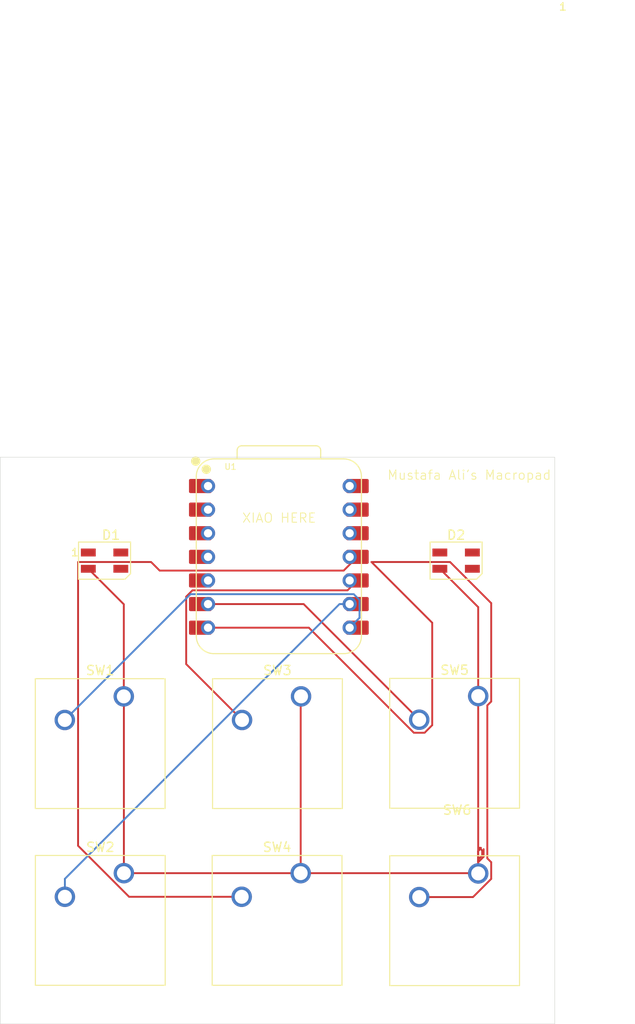
<source format=kicad_pcb>
(kicad_pcb (version 20241229) (generator "pcbnew") (generator_version "9.0")
  (layers (0 "F.Cu" signal) (2 "B.Cu" signal) (13 "F.Paste" user) (15 "B.Paste" user) (5 "F.SilkS" user "F.Silkscreen") (7 "B.SilkS" user "B.Silkscreen") (1 "F.Mask" user) (3 "B.Mask" user) (25 "Edge.Cuts" user))
  (net 0 "")
  (net 1 "GND")
  (net 2 "+5V")
  (net 3 "Net-(D1-DOUT)")
  (net 4 "Net-(D1-DIN)")
  (net 6 "Net-(U1-GPIO1{slash}RX)")
  (net 7 "Net-(U1-GPIO2{slash}SCK)")
  (net 8 "Net-(U1-GPIO4{slash}MISO)")
  (net 9 "Net-(U1-GPIO3{slash}MOSI)")
  (net 10 "Net-(U1-GPIO7{slash}SCL)")
  (net 11 "Net-(U1-GPIO0{slash}TX)")
  (footprint "LED_SMD:LED_SK6812MINI_PLCC4_3.5x3.5mm_P1.75mm" (layer "F.Cu") (at 110.3 32.755)
    (property "Reference" "D1" (at 0.6925 -2.75 0) (layer "F.SilkS"))
    (property "Value" "SK6812MINI")
    (fp_line (start -2.8 -2) (end -2.8 2) (stroke (width 0.12)) (layer "F.SilkS"))
    (fp_line (start -2.8 -2) (end 2.8 -2) (stroke (width 0.12)) (layer "F.SilkS"))
    (fp_line (start -2.8 2) (end 2.2 2) (stroke (width 0.12)) (layer "F.SilkS"))
    (fp_line (start 2.8 1.4) (end 2.2 2) (stroke (width 0.12)) (layer "F.SilkS"))
    (fp_line (start 2.8 1.4) (end 2.8 -2) (stroke (width 0.12)) (layer "F.SilkS"))
    (fp_text user "1" (at -3.2 -0.875 0) (layer "F.SilkS") (effects (font (size 0.8 0.8))))
    (pad "1" smd rect (at -1.75 -0.875) (size 1.6 0.85) (layers "F.Cu" "F.Mask" "F.Paste") (net 3 "Net-(D1-DOUT)"))
    (pad "2" smd rect (at -1.75 0.875) (size 1.6 0.85) (layers "F.Cu" "F.Mask" "F.Paste") (net 1 "GND"))
    (pad "3" smd rect (at 1.75 0.875) (size 1.6 0.85) (layers "F.Cu" "F.Mask" "F.Paste") (net 4 "Net-(D1-DIN)"))
    (pad "4" smd rect (at 1.75 -0.875) (size 1.6 0.85) (layers "F.Cu" "F.Mask" "F.Paste") (net 2 "+5V"))
  )
  (footprint "Button_Switch_Keyboard:SW_Cherry_MX_1.00u_PCB" (layer "F.Cu") (at 150.52 47.33)
    (property "Reference" "SW5" (at -2.54 -2.794 0) (layer "F.SilkS"))
    (property "Value" "SW_Push")
    (fp_line (start -9.525 -1.905) (end 4.445 -1.905) (stroke (width 0.12)) (layer "F.SilkS"))
    (fp_line (start -9.525 12.065) (end -9.525 -1.905) (stroke (width 0.12)) (layer "F.SilkS"))
    (fp_line (start 4.445 -1.905) (end 4.445 12.065) (stroke (width 0.12)) (layer "F.SilkS"))
    (fp_line (start 4.445 12.065) (end -9.525 12.065) (stroke (width 0.12)) (layer "F.SilkS"))
    (pad "" np_thru_hole circle (at -7.62 5.08) (size 1.7 1.7) (drill 1.7) (layers "*.Cu" "*.Mask"))
    (pad "" np_thru_hole circle (at -2.54 5.08) (size 4 4) (drill 4) (layers "*.Cu" "*.Mask"))
    (pad "" np_thru_hole circle (at 2.54 5.08) (size 1.7 1.7) (drill 1.7) (layers "*.Cu" "*.Mask"))
    (pad "1" thru_hole circle (at 0 0) (size 2.2 2.2) (drill 1.5) (layers "*.Cu" "*.Mask") (net 1 "GND"))
    (pad "2" thru_hole circle (at -6.35 2.54) (size 2.2 2.2) (drill 1.5) (layers "*.Cu" "*.Mask") (net 10 "Net-(U1-GPIO7{slash}SCL)"))
  )
  (footprint "OPL:XIAO-RP2040-DIP" (layer "F.Cu") (at 129.06 32.3485)
    (property "Reference" "U1" (at -5.21 -9.6985 0) (layer "F.SilkS") (effects (font (size 0.635 0.635) (thickness 0.1016))))
    (property "Value" "XIAO-RP2040-DIP")
    (fp_line (start -8.89 8.509) (end -8.89 -8.636) (stroke (width 0.127)) (layer "F.SilkS"))
    (fp_line (start -6.985 10.414) (end 6.985 10.414) (stroke (width 0.127)) (layer "F.SilkS"))
    (fp_line (start -4.495 -10.541) (end -4.491272 -11.451272) (stroke (width 0.127)) (layer "F.SilkS"))
    (fp_line (start -3.991272 -11.951) (end 4.004 -11.951) (stroke (width 0.127)) (layer "F.SilkS"))
    (fp_line (start 4.504 -11.451) (end 4.504 -10.541) (stroke (width 0.127)) (layer "F.SilkS"))
    (fp_line (start 6.985 -10.541) (end -6.985 -10.541) (stroke (width 0.1)) (layer "F.SilkS"))
    (fp_line (start 6.985 -10.541) (end -6.985 -10.541) (stroke (width 0.127)) (layer "F.SilkS"))
    (fp_line (start 8.89 8.509) (end 8.89 -8.636) (stroke (width 0.127)) (layer "F.SilkS"))
    (fp_arc (start -8.89 -8.636) (mid -8.332038 -9.983038) (end -6.985 -10.541) (stroke (width 0.127)) (layer "F.SilkS"))
    (fp_arc (start -6.985 10.414) (mid -8.332038 9.856038) (end -8.89 8.509) (stroke (width 0.127)) (layer "F.SilkS"))
    (fp_arc (start -4.491272 -11.451272) (mid -4.344728 -11.80464) (end -3.991272 -11.951) (stroke (width 0.127)) (layer "F.SilkS"))
    (fp_arc (start 4.004 -11.951) (mid 4.357553 -11.804553) (end 4.504 -11.451) (stroke (width 0.127)) (layer "F.SilkS"))
    (fp_arc (start 6.985 -10.541) (mid 8.332038 -9.983038) (end 8.89 -8.636) (stroke (width 0.127)) (layer "F.SilkS"))
    (fp_arc (start 8.89 8.509) (mid 8.332038 9.856038) (end 6.985 10.414) (stroke (width 0.127)) (layer "F.SilkS"))
    (fp_circle (center -8.95 -10.3) (end -8.95 -10.554) (stroke (width 0.5)) (fill yes) (layer "F.SilkS"))
    (fp_circle (center -7.807 -9.42) (end -7.807 -9.674) (stroke (width 0.5)) (fill yes) (layer "F.SilkS"))
    (pad "1" smd roundrect (at -8.455 -7.62 180) (size 2.432 1.524) (layers "F.Cu" "F.Mask") (roundrect_rratio 0.1))
    (pad "1" thru_hole circle (at -7.62 -7.62 180) (size 1.524 1.524) (drill 0.889) (layers "*.Cu" "*.Mask"))
    (pad "2" smd roundrect (at -8.455 -5.08 180) (size 2.432 1.524) (layers "F.Cu" "F.Mask") (roundrect_rratio 0.1))
    (pad "2" thru_hole circle (at -7.62 -5.08 180) (size 1.524 1.524) (drill 0.889) (layers "*.Cu" "*.Mask"))
    (pad "3" smd roundrect (at -8.455 -2.54 180) (size 2.432 1.524) (layers "F.Cu" "F.Mask") (roundrect_rratio 0.1))
    (pad "3" thru_hole circle (at -7.62 -2.54 180) (size 1.524 1.524) (drill 0.889) (layers "*.Cu" "*.Mask"))
    (pad "4" smd roundrect (at -8.455 0 180) (size 2.432 1.524) (layers "F.Cu" "F.Mask") (roundrect_rratio 0.1))
    (pad "4" thru_hole circle (at -7.62 0 180) (size 1.524 1.524) (drill 0.889) (layers "*.Cu" "*.Mask"))
    (pad "5" smd roundrect (at -8.455 2.54 180) (size 2.432 1.524) (layers "F.Cu" "F.Mask") (roundrect_rratio 0.1) (net 4 "Net-(D1-DIN)"))
    (pad "5" thru_hole circle (at -7.62 2.54 180) (size 1.524 1.524) (drill 0.889) (layers "*.Cu" "*.Mask") (net 4 "Net-(D1-DIN)"))
    (pad "6" smd roundrect (at -8.455 5.08 180) (size 2.432 1.524) (layers "F.Cu" "F.Mask") (roundrect_rratio 0.1) (net 10 "Net-(U1-GPIO7{slash}SCL)"))
    (pad "6" thru_hole circle (at -7.62 5.08 180) (size 1.524 1.524) (drill 0.889) (layers "*.Cu" "*.Mask") (net 10 "Net-(U1-GPIO7{slash}SCL)"))
    (pad "7" smd roundrect (at -8.455 7.62 180) (size 2.432 1.524) (layers "F.Cu" "F.Mask") (roundrect_rratio 0.1) (net 11 "Net-(U1-GPIO0{slash}TX)"))
    (pad "7" thru_hole circle (at -7.62 7.62 180) (size 1.524 1.524) (drill 0.889) (layers "*.Cu" "*.Mask") (net 11 "Net-(U1-GPIO0{slash}TX)"))
    (pad "8" thru_hole circle (at 7.62 7.62) (size 1.524 1.524) (drill 0.889) (layers "*.Cu" "*.Mask") (net 6 "Net-(U1-GPIO1{slash}RX)"))
    (pad "8" smd roundrect (at 8.455 7.62) (size 2.432 1.524) (layers "F.Cu" "F.Mask") (roundrect_rratio 0.1) (net 6 "Net-(U1-GPIO1{slash}RX)"))
    (pad "9" thru_hole circle (at 7.62 5.08) (size 1.524 1.524) (drill 0.889) (layers "*.Cu" "*.Mask") (net 7 "Net-(U1-GPIO2{slash}SCK)"))
    (pad "9" smd roundrect (at 8.455 5.08) (size 2.432 1.524) (layers "F.Cu" "F.Mask") (roundrect_rratio 0.1) (net 7 "Net-(U1-GPIO2{slash}SCK)"))
    (pad "10" thru_hole circle (at 7.62 2.54) (size 1.524 1.524) (drill 0.889) (layers "*.Cu" "*.Mask") (net 8 "Net-(U1-GPIO4{slash}MISO)"))
    (pad "10" smd roundrect (at 8.455 2.54) (size 2.432 1.524) (layers "F.Cu" "F.Mask") (roundrect_rratio 0.1) (net 8 "Net-(U1-GPIO4{slash}MISO)"))
    (pad "11" thru_hole circle (at 7.62 0) (size 1.524 1.524) (drill 0.889) (layers "*.Cu" "*.Mask") (net 9 "Net-(U1-GPIO3{slash}MOSI)"))
    (pad "11" smd roundrect (at 8.455 0) (size 2.432 1.524) (layers "F.Cu" "F.Mask") (roundrect_rratio 0.1) (net 9 "Net-(U1-GPIO3{slash}MOSI)"))
    (pad "12" thru_hole circle (at 7.62 -2.54) (size 1.524 1.524) (drill 0.889) (layers "*.Cu" "*.Mask"))
    (pad "12" smd roundrect (at 8.455 -2.54) (size 2.432 1.524) (layers "F.Cu" "F.Mask") (roundrect_rratio 0.1))
    (pad "13" thru_hole circle (at 7.62 -5.08) (size 1.524 1.524) (drill 0.889) (layers "*.Cu" "*.Mask"))
    (pad "13" smd roundrect (at 8.455 -5.08) (size 2.432 1.524) (layers "F.Cu" "F.Mask") (roundrect_rratio 0.1))
    (pad "14" thru_hole circle (at 7.62 -7.62) (size 1.524 1.524) (drill 0.889) (layers "*.Cu" "*.Mask"))
    (pad "14" smd roundrect (at 8.455 -7.62) (size 2.432 1.524) (layers "F.Cu" "F.Mask") (roundrect_rratio 0.1))
  )
  (footprint "Button_Switch_Keyboard:SW_Cherry_MX_1.00u_PCB" (layer "F.Cu") (at 131.45 47.36)
    (property "Reference" "SW3" (at -2.54 -2.794 0) (layer "F.SilkS"))
    (property "Value" "SW_Push")
    (fp_line (start -9.525 -1.905) (end 4.445 -1.905) (stroke (width 0.12)) (layer "F.SilkS"))
    (fp_line (start -9.525 12.065) (end -9.525 -1.905) (stroke (width 0.12)) (layer "F.SilkS"))
    (fp_line (start 4.445 -1.905) (end 4.445 12.065) (stroke (width 0.12)) (layer "F.SilkS"))
    (fp_line (start 4.445 12.065) (end -9.525 12.065) (stroke (width 0.12)) (layer "F.SilkS"))
    (pad "" np_thru_hole circle (at -7.62 5.08) (size 1.7 1.7) (drill 1.7) (layers "*.Cu" "*.Mask"))
    (pad "" np_thru_hole circle (at -2.54 5.08) (size 4 4) (drill 4) (layers "*.Cu" "*.Mask"))
    (pad "" np_thru_hole circle (at 2.54 5.08) (size 1.7 1.7) (drill 1.7) (layers "*.Cu" "*.Mask"))
    (pad "1" thru_hole circle (at 0 0) (size 2.2 2.2) (drill 1.5) (layers "*.Cu" "*.Mask") (net 1 "GND"))
    (pad "2" thru_hole circle (at -6.35 2.54) (size 2.2 2.2) (drill 1.5) (layers "*.Cu" "*.Mask") (net 8 "Net-(U1-GPIO4{slash}MISO)"))
  )
  (footprint "Button_Switch_Keyboard:SW_Cherry_MX_1.00u_PCB" (layer "F.Cu") (at 150.52 66.41)
    (property "Reference" "SW6" (at -2.27 -6.82 0) (layer "F.SilkS"))
    (property "Value" "SW_Push")
    (fp_line (start -9.525 -1.905) (end 4.445 -1.905) (stroke (width 0.12)) (layer "F.SilkS"))
    (fp_line (start -9.525 12.065) (end -9.525 -1.905) (stroke (width 0.12)) (layer "F.SilkS"))
    (fp_line (start 4.445 -1.905) (end 4.445 12.065) (stroke (width 0.12)) (layer "F.SilkS"))
    (fp_line (start 4.445 12.065) (end -9.525 12.065) (stroke (width 0.12)) (layer "F.SilkS"))
    (pad "" np_thru_hole circle (at -7.62 5.08) (size 1.7 1.7) (drill 1.7) (layers "*.Cu" "*.Mask"))
    (pad "" np_thru_hole circle (at -2.54 5.08) (size 4 4) (drill 4) (layers "*.Cu" "*.Mask"))
    (pad "" np_thru_hole circle (at 2.54 5.08) (size 1.7 1.7) (drill 1.7) (layers "*.Cu" "*.Mask"))
    (pad "1" thru_hole circle (at 0 0) (size 2.2 2.2) (drill 1.5) (layers "*.Cu" "*.Mask") (net 1 "GND"))
    (pad "2" thru_hole circle (at -6.35 2.54) (size 2.2 2.2) (drill 1.5) (layers "*.Cu" "*.Mask") (net 11 "Net-(U1-GPIO0{slash}TX)"))
  )
  (footprint "Button_Switch_Keyboard:SW_Cherry_MX_1.00u_PCB" (layer "F.Cu") (at 131.41 66.38)
    (property "Reference" "SW4" (at -2.54 -2.794 0) (layer "F.SilkS"))
    (property "Value" "SW_Push")
    (fp_line (start -9.525 -1.905) (end 4.445 -1.905) (stroke (width 0.12)) (layer "F.SilkS"))
    (fp_line (start -9.525 12.065) (end -9.525 -1.905) (stroke (width 0.12)) (layer "F.SilkS"))
    (fp_line (start 4.445 -1.905) (end 4.445 12.065) (stroke (width 0.12)) (layer "F.SilkS"))
    (fp_line (start 4.445 12.065) (end -9.525 12.065) (stroke (width 0.12)) (layer "F.SilkS"))
    (pad "" np_thru_hole circle (at -7.62 5.08) (size 1.7 1.7) (drill 1.7) (layers "*.Cu" "*.Mask"))
    (pad "" np_thru_hole circle (at -2.54 5.08) (size 4 4) (drill 4) (layers "*.Cu" "*.Mask"))
    (pad "" np_thru_hole circle (at 2.54 5.08) (size 1.7 1.7) (drill 1.7) (layers "*.Cu" "*.Mask"))
    (pad "1" thru_hole circle (at 0 0) (size 2.2 2.2) (drill 1.5) (layers "*.Cu" "*.Mask") (net 1 "GND"))
    (pad "2" thru_hole circle (at -6.35 2.54) (size 2.2 2.2) (drill 1.5) (layers "*.Cu" "*.Mask") (net 9 "Net-(U1-GPIO3{slash}MOSI)"))
  )
  (footprint "Button_Switch_Keyboard:SW_Cherry_MX_1.00u_PCB" (layer "F.Cu") (at 112.37 47.36)
    (property "Reference" "SW1" (at -2.54 -2.794 0) (layer "F.SilkS"))
    (property "Value" "SW_Push")
    (fp_line (start -9.525 -1.905) (end 4.445 -1.905) (stroke (width 0.12)) (layer "F.SilkS"))
    (fp_line (start -9.525 12.065) (end -9.525 -1.905) (stroke (width 0.12)) (layer "F.SilkS"))
    (fp_line (start 4.445 -1.905) (end 4.445 12.065) (stroke (width 0.12)) (layer "F.SilkS"))
    (fp_line (start 4.445 12.065) (end -9.525 12.065) (stroke (width 0.12)) (layer "F.SilkS"))
    (pad "" np_thru_hole circle (at -7.62 5.08) (size 1.7 1.7) (drill 1.7) (layers "*.Cu" "*.Mask"))
    (pad "" np_thru_hole circle (at -2.54 5.08) (size 4 4) (drill 4) (layers "*.Cu" "*.Mask"))
    (pad "" np_thru_hole circle (at 2.54 5.08) (size 1.7 1.7) (drill 1.7) (layers "*.Cu" "*.Mask"))
    (pad "1" thru_hole circle (at 0 0) (size 2.2 2.2) (drill 1.5) (layers "*.Cu" "*.Mask") (net 1 "GND"))
    (pad "2" thru_hole circle (at -6.35 2.54) (size 2.2 2.2) (drill 1.5) (layers "*.Cu" "*.Mask") (net 6 "Net-(U1-GPIO1{slash}RX)"))
  )
  (footprint "Button_Switch_Keyboard:SW_Cherry_MX_1.00u_PCB" (layer "F.Cu") (at 112.38 66.38)
    (property "Reference" "SW2" (at -2.54 -2.794 0) (layer "F.SilkS"))
    (property "Value" "SW_Push")
    (fp_line (start -9.525 -1.905) (end 4.445 -1.905) (stroke (width 0.12)) (layer "F.SilkS"))
    (fp_line (start -9.525 12.065) (end -9.525 -1.905) (stroke (width 0.12)) (layer "F.SilkS"))
    (fp_line (start 4.445 -1.905) (end 4.445 12.065) (stroke (width 0.12)) (layer "F.SilkS"))
    (fp_line (start 4.445 12.065) (end -9.525 12.065) (stroke (width 0.12)) (layer "F.SilkS"))
    (pad "" np_thru_hole circle (at -7.62 5.08) (size 1.7 1.7) (drill 1.7) (layers "*.Cu" "*.Mask"))
    (pad "" np_thru_hole circle (at -2.54 5.08) (size 4 4) (drill 4) (layers "*.Cu" "*.Mask"))
    (pad "" np_thru_hole circle (at 2.54 5.08) (size 1.7 1.7) (drill 1.7) (layers "*.Cu" "*.Mask"))
    (pad "1" thru_hole circle (at 0 0) (size 2.2 2.2) (drill 1.5) (layers "*.Cu" "*.Mask") (net 1 "GND"))
    (pad "2" thru_hole circle (at -6.35 2.54) (size 2.2 2.2) (drill 1.5) (layers "*.Cu" "*.Mask") (net 7 "Net-(U1-GPIO2{slash}SCK)"))
  )
  (footprint "LED_SMD:LED_SK6812MINI_PLCC4_3.5x3.5mm_P1.75mm" (layer "F.Cu") (at 148.14 32.755)
    (property "Reference" "D2" (at 0 -2.75 0) (layer "F.SilkS"))
    (property "Value" "SK6812MINI")
    (fp_line (start -2.8 -2) (end -2.8 2) (stroke (width 0.12)) (layer "F.SilkS"))
    (fp_line (start -2.8 -2) (end 2.8 -2) (stroke (width 0.12)) (layer "F.SilkS"))
    (fp_line (start -2.8 2) (end 2.2 2) (stroke (width 0.12)) (layer "F.SilkS"))
    (fp_line (start 2.8 1.4) (end 2.2 2) (stroke (width 0.12)) (layer "F.SilkS"))
    (fp_line (start 2.8 1.4) (end 2.8 -2) (stroke (width 0.12)) (layer "F.SilkS"))
    (fp_text user "1" (at 11.494 -59.586 0) (layer "F.SilkS") (effects (font (size 0.8 0.8))))
    (pad "1" smd rect (at -1.75 -0.875) (size 1.6 0.85) (layers "F.Cu" "F.Mask" "F.Paste"))
    (pad "2" smd rect (at -1.75 0.875) (size 1.6 0.85) (layers "F.Cu" "F.Mask" "F.Paste") (net 1 "GND"))
    (pad "3" smd rect (at 1.75 0.875) (size 1.6 0.85) (layers "F.Cu" "F.Mask" "F.Paste") (net 3 "Net-(D1-DOUT)"))
    (pad "4" smd rect (at 1.75 -0.875) (size 1.6 0.85) (layers "F.Cu" "F.Mask" "F.Paste") (net 2 "+5V"))
  )
  (gr_rect (start 99.07 21.63) (end 158.76 82.6) (stroke (width 0.05)) (fill no) (layer "Edge.Cuts"))
  (gr_text "XIAO HERE\n" (at 125.05 28.75 0) (layer "F.SilkS") (effects (font (size 1 1) (thickness 0.1)) (justify left bottom)))
  (gr_text "Mustafa Ali's Macropad" (at 140.68 24.13 0) (layer "F.SilkS") (effects (font (size 1 1) (thickness 0.1)) (justify left bottom)))
  (segment (start 112.37 37.45) (end 108.55 33.63) (width 0.2) (layer "F.Cu") (net 1))
  (segment (start 150.95 64.47) (end 150.95 63.95) (width 0.2) (layer "F.Cu") (net 1))
  (segment (start 150.95 63.95) (end 150.8 63.8) (width 0.2) (layer "F.Cu") (net 1))
  (segment (start 131.41 47.4) (end 131.45 47.36) (width 0.2) (layer "F.Cu") (net 1))
  (segment (start 151.1 64.62) (end 151.1 63.8) (width 0.2) (layer "F.Cu") (net 1))
  (segment (start 150.29 66.41) (end 150.26 66.38) (width 0.2) (layer "F.Cu") (net 1))
  (segment (start 150.5 64.02) (end 150.5 65.18) (width 0.2) (layer "F.Cu") (net 1))
  (segment (start 150.26 66.38) (end 131.41 66.38) (width 0.2) (layer "F.Cu") (net 1))
  (segment (start 131.41 66.38) (end 112.38 66.38) (width 0.2) (layer "F.Cu") (net 1))
  (segment (start 150.52 66.41) (end 150.52 65.94) (width 0.2) (layer "F.Cu") (net 1))
  (segment (start 150.52 64.9) (end 150.95 64.47) (width 0.2) (layer "F.Cu") (net 1))
  (segment (start 112.38 47.37) (end 112.37 47.36) (width 0.2) (layer "F.Cu") (net 1))
  (segment (start 150.8 63.8) (end 150.8 63.65) (width 0.2) (layer "F.Cu") (net 1))
  (segment (start 150.52 37.76) (end 146.39 33.63) (width 0.2) (layer "F.Cu") (net 1))
  (segment (start 150.5 65.18) (end 150.52 65.2) (width 0.2) (layer "F.Cu") (net 1))
  (segment (start 150.52 66.41) (end 150.29 66.41) (width 0.2) (layer "F.Cu") (net 1))
  (segment (start 150.52 66.41) (end 150.52 47.33) (width 0.2) (layer "F.Cu") (net 1))
  (segment (start 150.52 65.2) (end 151.1 64.62) (width 0.2) (layer "F.Cu") (net 1))
  (segment (start 150.65 63.87) (end 150.5 64.02) (width 0.2) (layer "F.Cu") (net 1))
  (segment (start 112.38 66.38) (end 112.38 47.37) (width 0.2) (layer "F.Cu") (net 1))
  (segment (start 131.41 66.38) (end 131.41 47.4) (width 0.2) (layer "F.Cu") (net 1))
  (segment (start 150.52 47.33) (end 150.52 37.76) (width 0.2) (layer "F.Cu") (net 1))
  (segment (start 150.52 66.41) (end 150.52 64.9) (width 0.2) (layer "F.Cu") (net 1))
  (segment (start 150.65 63.65) (end 150.65 63.87) (width 0.2) (layer "F.Cu") (net 1))
  (segment (start 150.95 66.41) (end 151.1 66.26) (width 0.2) (layer "F.Cu") (net 1))
  (segment (start 150.52 66.41) (end 150.95 66.41) (width 0.2) (layer "F.Cu") (net 1))
  (segment (start 150.52 65.94) (end 150.95 65.51) (width 0.2) (layer "F.Cu") (net 1))
  (segment (start 150.8 63.65) (end 150.65 63.65) (width 0.2) (layer "F.Cu") (net 1))
  (segment (start 112.37 47.36) (end 112.37 37.45) (width 0.2) (layer "F.Cu") (net 1))
  (segment (start 137.743 38.9055) (end 136.68 39.9685) (width 0.2) (layer "B.Cu") (net 6))
  (segment (start 137.12031 36.3655) (end 137.743 36.98819) (width 0.2) (layer "B.Cu") (net 6))
  (segment (start 137.743 36.98819) (end 137.743 38.9055) (width 0.2) (layer "B.Cu") (net 6))
  (segment (start 119.5545 36.3655) (end 137.12031 36.3655) (width 0.2) (layer "B.Cu") (net 6))
  (segment (start 106.02 49.9) (end 119.5545 36.3655) (width 0.2) (layer "B.Cu") (net 6))
  (segment (start 135.590186 37.4285) (end 136.68 37.4285) (width 0.2) (layer "B.Cu") (net 7))
  (segment (start 106.03 66.988686) (end 135.590186 37.4285) (width 0.2) (layer "B.Cu") (net 7))
  (segment (start 106.03 68.92) (end 106.03 66.988686) (width 0.2) (layer "B.Cu") (net 7))
  (segment (start 119.088 43.888) (end 119.088 36.626874) (width 0.2) (layer "F.Cu") (net 8))
  (segment (start 125.1 49.9) (end 119.088 43.888) (width 0.2) (layer "F.Cu") (net 8))
  (segment (start 119.763374 35.9515) (end 136.452 35.9515) (width 0.2) (layer "F.Cu") (net 8))
  (segment (start 136.452 35.9515) (end 137.515 34.8885) (width 0.2) (layer "F.Cu") (net 8))
  (segment (start 119.088 36.626874) (end 119.763374 35.9515) (width 0.2) (layer "F.Cu") (net 8))
  (segment (start 115.3079 32.904) (end 116.2294 33.8255) (width 0.2) (layer "F.Cu") (net 9))
  (segment (start 116.2294 33.8255) (end 136.038 33.8255) (width 0.2) (layer "F.Cu") (net 9))
  (segment (start 125.06 68.92) (end 112.938686 68.92) (width 0.2) (layer "F.Cu") (net 9))
  (segment (start 107.449 32.904) (end 115.3079 32.904) (width 0.2) (layer "F.Cu") (net 9))
  (segment (start 136.038 33.8255) (end 137.515 32.3485) (width 0.2) (layer "F.Cu") (net 9))
  (segment (start 112.938686 68.92) (end 107.449 63.430314) (width 0.2) (layer "F.Cu") (net 9))
  (segment (start 107.449 63.430314) (end 107.449 32.904) (width 0.2) (layer "F.Cu") (net 9))
  (segment (start 131.7285 37.4285) (end 121.44 37.4285) (width 0.2) (layer "F.Cu") (net 10))
  (segment (start 144.17 49.87) (end 131.7285 37.4285) (width 0.2) (layer "F.Cu") (net 10))
  (segment (start 149.961314 68.95) (end 151.921 66.990314) (width 0.2) (layer "F.Cu") (net 11))
  (segment (start 151.501 64.7861) (end 151.501 48.330314) (width 0.2) (layer "F.Cu") (net 11))
  (segment (start 144.17 68.95) (end 149.961314 68.95) (width 0.2) (layer "F.Cu") (net 11))
  (segment (start 139.032 32.904) (end 145.571 39.443) (width 0.2) (layer "F.Cu") (net 11))
  (segment (start 151.921 66.990314) (end 151.921 65.2061) (width 0.2) (layer "F.Cu") (net 11))
  (segment (start 143.589686 51.271) (end 132.287186 39.9685) (width 0.2) (layer "F.Cu") (net 11))
  (segment (start 132.287186 39.9685) (end 121.44 39.9685) (width 0.2) (layer "F.Cu") (net 11))
  (segment (start 145.571 50.450314) (end 144.750314 51.271) (width 0.2) (layer "F.Cu") (net 11))
  (segment (start 151.921 47.910314) (end 151.921 37.334) (width 0.2) (layer "F.Cu") (net 11))
  (segment (start 147.491 32.904) (end 139.032 32.904) (width 0.2) (layer "F.Cu") (net 11))
  (segment (start 144.750314 51.271) (end 143.589686 51.271) (width 0.2) (layer "F.Cu") (net 11))
  (segment (start 151.921 65.2061) (end 151.501 64.7861) (width 0.2) (layer "F.Cu") (net 11))
  (segment (start 145.571 39.443) (end 145.571 50.450314) (width 0.2) (layer "F.Cu") (net 11))
  (segment (start 151.501 48.330314) (end 151.921 47.910314) (width 0.2) (layer "F.Cu") (net 11))
  (segment (start 151.921 37.334) (end 147.491 32.904) (width 0.2) (layer "F.Cu") (net 11))
  (segment (start 144.24 68.95) (end 144.33 68.86) (width 0.2) (layer "B.Cu") (net 11))
  (segment (start 144.17 68.95) (end 144.24 68.95) (width 0.2) (layer "B.Cu") (net 11))
)
</source>
